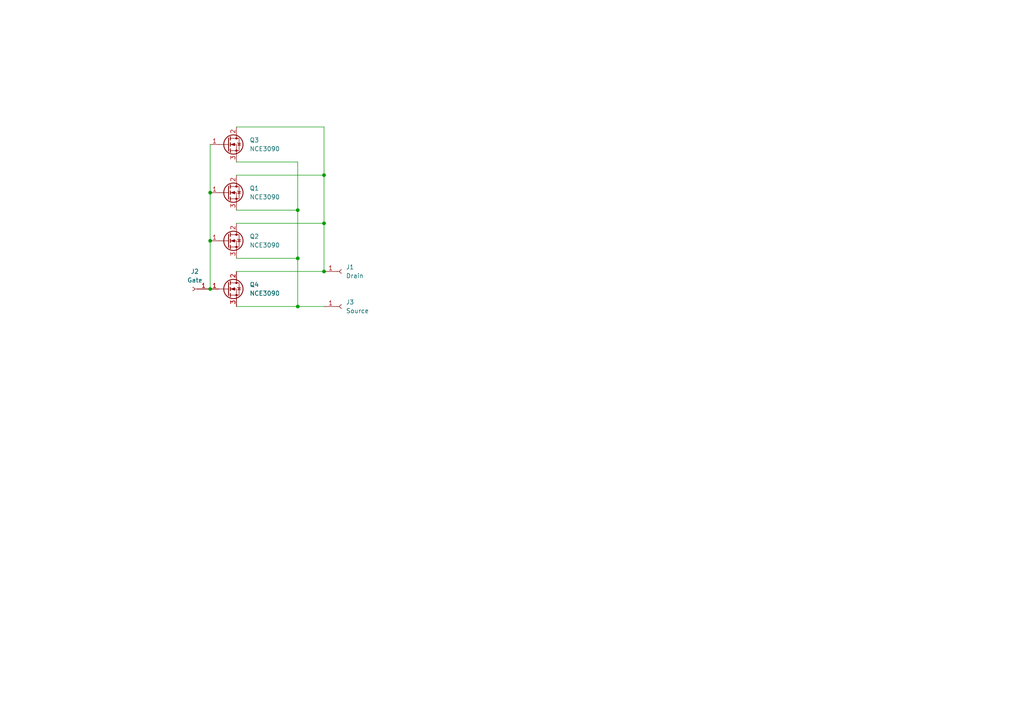
<source format=kicad_sch>
(kicad_sch (version 20230121) (generator eeschema)
  (paper "A4")
  (lib_symbols
    (symbol "Connector:Conn_01x01_Socket" (pin_names (offset 1.016) hide)
      (property "Reference" "J" (at 0 2.54 0))
      (property "Value" "Conn_01x01_Socket" (at 0 -2.54 0))
      (symbol "Conn_01x01_Socket_1_1"
        (polyline (pts (xy -1.27 0) (xy -0.508 0)) (stroke (width 0.1524)))
        (arc (start 0 0.508) (mid -0.5058 0) (end 0 -0.508) (stroke (width 0.1524)))
        (pin passive line (at -5.08 0 0) (length 3.81) (name "Pin_1") (number "1"))
      )
    )
    (symbol "Transistor_FET:QM6006D" (pin_names hide)
      (property "Reference" "Q" (at 5.08 1.905 0))
      (property "Value" "QM6006D" (at 5.08 0 0))
      (symbol "QM6006D_0_1"
        (polyline (pts (xy 0.254 0) (xy -2.54 0)))
        (polyline (pts (xy 0.254 1.905) (xy 0.254 -1.905)) (stroke (width 0.254)))
        (polyline (pts (xy 0.762 -1.27) (xy 0.762 -2.286)) (stroke (width 0.254)))
        (polyline (pts (xy 0.762 0.508) (xy 0.762 -0.508)) (stroke (width 0.254)))
        (polyline (pts (xy 0.762 2.286) (xy 0.762 1.27)) (stroke (width 0.254)))
        (polyline (pts (xy 2.54 2.54) (xy 2.54 1.778)))
        (polyline (pts (xy 2.54 -2.54) (xy 2.54 0) (xy 0.762 0)))
        (polyline (pts (xy 0.762 -1.778) (xy 3.302 -1.778) (xy 3.302 1.778) (xy 0.762 1.778)))
        (polyline (pts (xy 1.016 0) (xy 2.032 0.381) (xy 2.032 -0.381) (xy 1.016 0)) (fill (type outline)))
        (polyline (pts (xy 2.794 0.508) (xy 2.921 0.381) (xy 3.683 0.381) (xy 3.81 0.254)))
        (polyline (pts (xy 3.302 0.381) (xy 2.921 -0.254) (xy 3.683 -0.254) (xy 3.302 0.381)))
        (circle (center 1.651 0) (radius 2.794) (stroke (width 0.254)))
        (circle (center 2.54 -1.778) (radius 0.254) (fill (type outline)))
        (circle (center 2.54 1.778) (radius 0.254) (fill (type outline)))
      )
      (symbol "QM6006D_1_1"
        (pin input line (at -5.08 0 0) (length 2.54) (name "G") (number "1"))
        (pin passive line (at 2.54 5.08 270) (length 2.54) (name "D") (number "2"))
        (pin passive line (at 2.54 -5.08 90) (length 2.54) (name "S") (number "3"))
      )
    )
  )
  (junction (at 93.98 64.77))
  (junction (at 93.98 78.74))
  (junction (at 60.96 83.82))
  (junction (at 60.96 69.85))
  (junction (at 86.36 74.93))
  (junction (at 86.36 60.96))
  (junction (at 60.96 55.88))
  (junction (at 93.98 50.8))
  (junction (at 86.36 88.9))
  (wire (pts (xy 86.36 88.9) (xy 68.58 88.9)))
  (wire (pts (xy 93.98 78.74) (xy 68.58 78.74)))
  (wire (pts (xy 93.98 50.8) (xy 93.98 64.77)))
  (wire (pts (xy 86.36 60.96) (xy 86.36 74.93)))
  (wire (pts (xy 93.98 64.77) (xy 68.58 64.77)))
  (wire (pts (xy 86.36 60.96) (xy 68.58 60.96)))
  (wire (pts (xy 86.36 74.93) (xy 68.58 74.93)))
  (wire (pts (xy 86.36 46.99) (xy 86.36 60.96)))
  (wire (pts (xy 60.96 55.88) (xy 60.96 69.85)))
  (wire (pts (xy 60.96 69.85) (xy 60.96 83.82)))
  (wire (pts (xy 93.98 36.83) (xy 93.98 50.8)))
  (wire (pts (xy 68.58 36.83) (xy 93.98 36.83)))
  (wire (pts (xy 60.96 41.91) (xy 60.96 55.88)))
  (wire (pts (xy 93.98 64.77) (xy 93.98 78.74)))
  (wire (pts (xy 86.36 88.9) (xy 93.98 88.9)))
  (wire (pts (xy 68.58 46.99) (xy 86.36 46.99)))
  (wire (pts (xy 86.36 74.93) (xy 86.36 88.9)))
  (wire (pts (xy 93.98 50.8) (xy 68.58 50.8)))
  (symbol (lib_id "Connector:Conn_01x01_Socket") (at 99.06 88.9 0) (unit 1)
    (property "Reference" "J3" (at 100.33 87.63 0) (effects (justify left)))
    (property "Value" "Source" (at 100.33 90.17 0) (effects (justify left)))
    (property "Footprint" "Connector_Wire:SolderWire-1.5sqmm_1x01_D1.7mm_OD3.9mm" (effects hide))
  )
  (symbol (lib_id "Connector:Conn_01x01_Socket") (at 99.06 78.74 0) (unit 1)
    (property "Reference" "J1" (at 100.33 77.47 0) (effects (justify left)))
    (property "Value" "Drain" (at 100.33 80.01 0) (effects (justify left)))
    (property "Footprint" "Connector_Wire:SolderWire-1.5sqmm_1x01_D1.7mm_OD3.9mm" (effects hide))
  )
  (symbol (lib_id "Transistor_FET:QM6006D") (at 66.04 55.88 0) (unit 1)
    (property "Reference" "Q1" (at 72.39 54.61 0) (effects (justify left)))
    (property "Value" "NCE3090" (at 72.39 57.15 0) (effects (justify left)))
    (property "Footprint" "Package_TO_SOT_SMD:TO-252-2" (effects hide))
    (property "Datasheet" "http://www.jaolen.com/images/pdf/QM6006D.pdf" (effects hide))
  )
  (symbol (lib_id "Transistor_FET:QM6006D") (at 66.04 69.85 0) (unit 1)
    (property "Reference" "Q2" (at 72.39 68.58 0) (effects (justify left)))
    (property "Value" "NCE3090" (at 72.39 71.12 0) (effects (justify left)))
    (property "Footprint" "Package_TO_SOT_SMD:TO-252-2" (effects hide))
    (property "Datasheet" "http://www.jaolen.com/images/pdf/QM6006D.pdf" (effects hide))
  )
  (symbol (lib_id "Transistor_FET:QM6006D") (at 66.04 83.82 0) (unit 1)
    (property "Reference" "Q4" (at 72.39 82.55 0) (effects (justify left)))
    (property "Value" "NCE3090" (at 72.39 85.09 0) (effects (justify left)))
    (property "Footprint" "Package_TO_SOT_SMD:TO-252-2" (effects hide))
    (property "Datasheet" "http://www.jaolen.com/images/pdf/QM6006D.pdf" (effects hide))
  )
  (symbol (lib_id "Transistor_FET:QM6006D") (at 66.04 41.91 0) (unit 1)
    (property "Reference" "Q3" (at 72.39 40.64 0) (effects (justify left)))
    (property "Value" "NCE3090" (at 72.39 43.18 0) (effects (justify left)))
    (property "Footprint" "Package_TO_SOT_SMD:TO-252-2" (effects hide))
    (property "Datasheet" "http://www.jaolen.com/images/pdf/QM6006D.pdf" (effects hide))
  )
  (symbol (lib_id "Connector:Conn_01x01_Socket") (at 55.88 83.82 180) (unit 1)
    (property "Reference" "J2" (at 56.515 78.74 0))
    (property "Value" "Gate" (at 56.515 81.28 0))
    (property "Footprint" "Connector_Wire:SolderWire-0.75sqmm_1x01_D1.25mm_OD2.3mm" (effects hide))
  )
)
</source>
